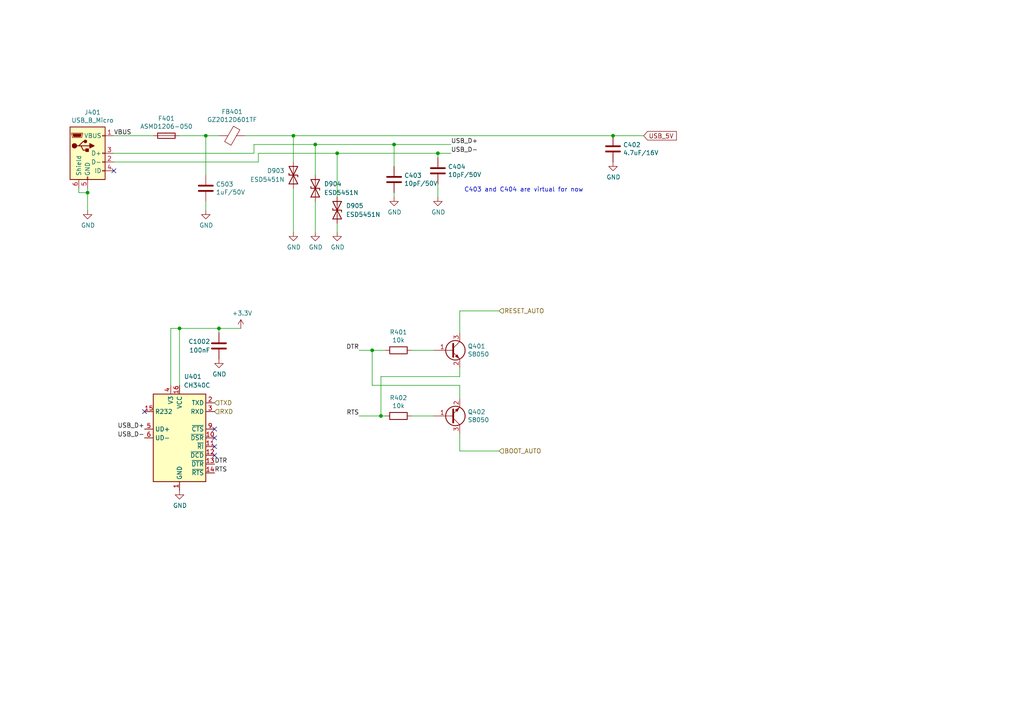
<source format=kicad_sch>
(kicad_sch (version 20230121) (generator eeschema)
  (paper "A4")
  (title_block (title "Hat Labs Marine Engine & Tank interface (HALMET)") (date "2023-11-27") (rev "1.0.0") (company "Hat Labs Ltd") (comment 1 "https://creativecommons.org/licenses/by-sa/4.0") (comment 2 "To view a copy of this license, visit ") (comment 3 "HALMET is licensed under CC BY-SA 4.0."))
  (lib_symbols
    (symbol "Device:C" (pin_numbers hide) (pin_names (offset 0.254))
      (property "Reference" "C" (at 0.635 2.54 0))
      (property "Value" "C" (at 0.635 -2.54 0))
      (symbol "C_0_1"
        (polyline (pts (xy -2.032 -0.762) (xy 2.032 -0.762)) (stroke (width 0.508)))
        (polyline (pts (xy -2.032 0.762) (xy 2.032 0.762)) (stroke (width 0.508)))
      )
      (symbol "C_1_1"
        (pin passive line (at 0 3.81 270) (length 2.794) (name "~") (number "1"))
        (pin passive line (at 0 -3.81 90) (length 2.794) (name "~") (number "2"))
      )
    )
    (symbol "Device:D_TVS" (pin_numbers hide) (pin_names (offset 1.016) hide)
      (property "Reference" "D" (at 0 2.54 0))
      (property "Value" "D_TVS" (at 0 -2.54 0))
      (symbol "D_TVS_0_1"
        (polyline (pts (xy 1.27 0) (xy -1.27 0)))
        (polyline (pts (xy 0.508 1.27) (xy 0 1.27) (xy 0 -1.27) (xy -0.508 -1.27)) (stroke (width 0.254)))
        (polyline (pts (xy -2.54 1.27) (xy -2.54 -1.27) (xy 2.54 1.27) (xy 2.54 -1.27) (xy -2.54 1.27)) (stroke (width 0.254)))
      )
      (symbol "D_TVS_1_1"
        (pin passive line (at -3.81 0 0) (length 2.54) (name "A1") (number "1"))
        (pin passive line (at 3.81 0 180) (length 2.54) (name "A2") (number "2"))
      )
    )
    (symbol "Device:FerriteBead" (pin_numbers hide) (pin_names (offset 0))
      (property "Reference" "FB" (at -3.81 0.635 90))
      (property "Value" "FerriteBead" (at 3.81 0 90))
      (symbol "FerriteBead_0_1"
        (polyline (pts (xy 0 -1.27) (xy 0 -1.2192)))
        (polyline (pts (xy 0 1.27) (xy 0 1.2954)))
        (polyline (pts (xy -2.7686 0.4064) (xy -1.7018 2.2606) (xy 2.7686 -0.3048) (xy 1.6764 -2.159) (xy -2.7686 0.4064)))
      )
      (symbol "FerriteBead_1_1"
        (pin passive line (at 0 3.81 270) (length 2.54) (name "~") (number "1"))
        (pin passive line (at 0 -3.81 90) (length 2.54) (name "~") (number "2"))
      )
    )
    (symbol "Device:Fuse" (pin_numbers hide) (pin_names (offset 0))
      (property "Reference" "F" (at 2.032 0 90))
      (property "Value" "Fuse" (at -1.905 0 90))
      (symbol "Fuse_0_1"
        (rectangle (start -0.762 -2.54) (end 0.762 2.54) (stroke (width 0.254)))
        (polyline (pts (xy 0 2.54) (xy 0 -2.54)))
      )
      (symbol "Fuse_1_1"
        (pin passive line (at 0 3.81 270) (length 1.27) (name "~") (number "1"))
        (pin passive line (at 0 -3.81 90) (length 1.27) (name "~") (number "2"))
      )
    )
    (symbol "Device:R" (pin_numbers hide) (pin_names (offset 0))
      (property "Reference" "R" (at 2.032 0 90))
      (property "Value" "R" (at 0 0 90))
      (symbol "R_0_1"
        (rectangle (start -1.016 -2.54) (end 1.016 2.54) (stroke (width 0.254)))
      )
      (symbol "R_1_1"
        (pin passive line (at 0 3.81 270) (length 1.27) (name "~") (number "1"))
        (pin passive line (at 0 -3.81 90) (length 1.27) (name "~") (number "2"))
      )
    )
    (symbol "HALMET:S8050" (pin_names (offset 0) hide)
      (property "Reference" "Q" (at 5.08 1.905 0))
      (property "Value" "S8050" (at 5.08 0 0))
      (symbol "S8050_0_1"
        (polyline (pts (xy 0 0) (xy 0.635 0)))
        (polyline (pts (xy 0.635 0.635) (xy 2.54 2.54)))
        (polyline (pts (xy 0.635 -0.635) (xy 2.54 -2.54) (xy 2.54 -2.54)))
        (polyline (pts (xy 0.635 1.905) (xy 0.635 -1.905) (xy 0.635 -1.905)) (stroke (width 0.508)))
        (polyline (pts (xy 1.27 -1.778) (xy 1.778 -1.27) (xy 2.286 -2.286) (xy 1.27 -1.778) (xy 1.27 -1.778)) (fill (type outline)))
        (circle (center 1.27 0) (radius 2.8194) (stroke (width 0.254)))
      )
      (symbol "S8050_1_1"
        (pin input line (at -5.08 0 0) (length 5.08) (name "B") (number "1"))
        (pin passive line (at 2.54 -5.08 90) (length 2.54) (name "E") (number "2"))
        (pin passive line (at 2.54 5.08 270) (length 2.54) (name "C") (number "3"))
      )
    )
    (symbol "HALMET:USB_B_Micro-Connector" (pin_names (offset 1.016))
      (property "Reference" "J" (at -5.08 11.43 0))
      (property "Value" "USB_B_Micro-Connector" (at -5.08 8.89 0))
      (symbol "USB_B_Micro-Connector_0_1"
        (rectangle (start -5.08 -7.62) (end 5.08 7.62) (stroke (width 0.254)) (fill (type background)))
        (circle (center -3.81 2.159) (radius 0.635) (stroke (width 0.254)) (fill (type outline)))
        (circle (center -0.635 3.429) (radius 0.381) (stroke (width 0.254)) (fill (type outline)))
        (rectangle (start -0.127 -7.62) (end 0.127 -6.858))
        (polyline (pts (xy -1.905 2.159) (xy 0.635 2.159)) (stroke (width 0.254)))
        (polyline (pts (xy -3.175 2.159) (xy -2.54 2.159) (xy -1.27 3.429) (xy -0.635 3.429)) (stroke (width 0.254)))
        (polyline (pts (xy -2.54 2.159) (xy -1.905 2.159) (xy -1.27 0.889) (xy 0 0.889)) (stroke (width 0.254)))
        (polyline (pts (xy 0.635 2.794) (xy 0.635 1.524) (xy 1.905 2.159) (xy 0.635 2.794)) (stroke (width 0.254)) (fill (type outline)))
        (polyline (pts (xy -4.318 5.588) (xy -1.778 5.588) (xy -2.032 4.826) (xy -4.064 4.826) (xy -4.318 5.588)) (fill (type outline)))
        (polyline (pts (xy -4.699 5.842) (xy -4.699 5.588) (xy -4.445 4.826) (xy -4.445 4.572) (xy -1.651 4.572) (xy -1.651 4.826) (xy -1.397 5.588) (xy -1.397 5.842) (xy -4.699 5.842)))
        (rectangle (start 0.254 1.27) (end -0.508 0.508) (stroke (width 0.254)) (fill (type outline)))
        (rectangle (start 5.08 -5.207) (end 4.318 -4.953))
        (rectangle (start 5.08 -2.667) (end 4.318 -2.413))
        (rectangle (start 5.08 -0.127) (end 4.318 0.127))
        (rectangle (start 5.08 4.953) (end 4.318 5.207))
      )
      (symbol "USB_B_Micro-Connector_1_1"
        (pin power_out line (at 7.62 5.08 180) (length 2.54) (name "VBUS") (number "1"))
        (pin passive line (at 7.62 -2.54 180) (length 2.54) (name "D-") (number "2"))
        (pin passive line (at 7.62 0 180) (length 2.54) (name "D+") (number "3"))
        (pin passive line (at 7.62 -5.08 180) (length 2.54) (name "ID") (number "4"))
        (pin power_out line (at 0 -10.16 90) (length 2.54) (name "GND") (number "5"))
        (pin passive line (at -2.54 -10.16 90) (length 2.54) (name "Shield") (number "6"))
      )
    )
    (symbol "Interface_USB:CH340C"
      (property "Reference" "U" (at -5.08 13.97 0))
      (property "Value" "CH340C" (at 1.27 13.97 0))
      (symbol "CH340C_0_1"
        (rectangle (start -7.62 12.7) (end 7.62 -12.7) (stroke (width 0.254)) (fill (type background)))
      )
      (symbol "CH340C_1_1"
        (pin power_in line (at 0 -15.24 90) (length 2.54) (name "GND") (number "1"))
        (pin input line (at 10.16 0 180) (length 2.54) (name "~{DSR}") (number "10"))
        (pin input line (at 10.16 -2.54 180) (length 2.54) (name "~{RI}") (number "11"))
        (pin input line (at 10.16 -5.08 180) (length 2.54) (name "~{DCD}") (number "12"))
        (pin output line (at 10.16 -7.62 180) (length 2.54) (name "~{DTR}") (number "13"))
        (pin output line (at 10.16 -10.16 180) (length 2.54) (name "~{RTS}") (number "14"))
        (pin input line (at -10.16 7.62 0) (length 2.54) (name "R232") (number "15"))
        (pin power_in line (at 0 15.24 270) (length 2.54) (name "VCC") (number "16"))
        (pin output line (at 10.16 10.16 180) (length 2.54) (name "TXD") (number "2"))
        (pin input line (at 10.16 7.62 180) (length 2.54) (name "RXD") (number "3"))
        (pin passive line (at -2.54 15.24 270) (length 2.54) (name "V3") (number "4"))
        (pin bidirectional line (at -10.16 2.54 0) (length 2.54) (name "UD+") (number "5"))
        (pin bidirectional line (at -10.16 0 0) (length 2.54) (name "UD-") (number "6"))
        (pin no_connect line (at -7.62 -7.62 0) (length 2.54) hide (name "NC") (number "7"))
        (pin no_connect line (at -7.62 -10.16 0) (length 2.54) hide (name "NC") (number "8"))
        (pin input line (at 10.16 2.54 180) (length 2.54) (name "~{CTS}") (number "9"))
      )
    )
    (symbol "power:+3.3V" (power) (pin_names (offset 0))
      (property "Value" "+3.3V" (at 0 3.556 0))
      (symbol "+3.3V_0_1"
        (polyline (pts (xy -0.762 1.27) (xy 0 2.54)))
        (polyline (pts (xy 0 0) (xy 0 2.54)))
        (polyline (pts (xy 0 2.54) (xy 0.762 1.27)))
      )
      (symbol "+3.3V_1_1"
        (pin power_in line (at 0 0 90) (length 0) hide (name "+3.3V") (number "1"))
      )
    )
    (symbol "power:GND" (power) (pin_names (offset 0))
      (property "Value" "GND" (at 0 -3.81 0))
      (symbol "GND_0_1"
        (polyline (pts (xy 0 0) (xy 0 -1.27) (xy 1.27 -1.27) (xy 0 -2.54) (xy -1.27 -1.27) (xy 0 -1.27)))
      )
      (symbol "GND_1_1"
        (pin power_in line (at 0 0 270) (length 0) hide (name "GND") (number "1"))
      )
    )
  )
  (junction (at 52.07 95.25))
  (junction (at 127 44.45))
  (junction (at 63.5 95.25))
  (junction (at 107.95 101.6))
  (junction (at 114.3 41.91))
  (junction (at 110.49 120.65))
  (junction (at 59.69 39.37))
  (junction (at 91.44 41.91))
  (junction (at 25.4 55.88))
  (junction (at 177.8 39.37))
  (junction (at 85.09 39.37))
  (junction (at 97.79 44.45))
  (no_connect (at 62.23 132.08))
  (no_connect (at 62.23 129.54))
  (no_connect (at 62.23 127))
  (no_connect (at 41.91 119.38))
  (no_connect (at 33.02 49.53))
  (no_connect (at 62.23 124.46))
  (wire (pts (xy 114.3 41.91) (xy 130.81 41.91)))
  (wire (pts (xy 22.86 55.88) (xy 22.86 54.61)))
  (wire (pts (xy 111.76 120.65) (xy 110.49 120.65)))
  (wire (pts (xy 144.78 130.81) (xy 133.35 130.81)))
  (wire (pts (xy 59.69 39.37) (xy 63.5 39.37)))
  (wire (pts (xy 33.02 44.45) (xy 73.66 44.45)))
  (wire (pts (xy 133.35 106.68) (xy 133.35 109.22)))
  (wire (pts (xy 91.44 41.91) (xy 114.3 41.91)))
  (wire (pts (xy 25.4 54.61) (xy 25.4 55.88)))
  (wire (pts (xy 71.12 39.37) (xy 85.09 39.37)))
  (wire (pts (xy 107.95 101.6) (xy 107.95 111.76)))
  (wire (pts (xy 22.86 55.88) (xy 25.4 55.88)))
  (wire (pts (xy 127 45.72) (xy 127 44.45)))
  (wire (pts (xy 59.69 50.8) (xy 59.69 39.37)))
  (wire (pts (xy 127 44.45) (xy 130.81 44.45)))
  (wire (pts (xy 69.85 95.25) (xy 63.5 95.25)))
  (wire (pts (xy 91.44 67.31) (xy 91.44 58.42)))
  (wire (pts (xy 49.53 95.25) (xy 52.07 95.25)))
  (wire (pts (xy 133.35 90.17) (xy 144.78 90.17)))
  (wire (pts (xy 133.35 130.81) (xy 133.35 125.73)))
  (wire (pts (xy 73.66 41.91) (xy 91.44 41.91)))
  (wire (pts (xy 97.79 44.45) (xy 127 44.45)))
  (wire (pts (xy 85.09 39.37) (xy 177.8 39.37)))
  (wire (pts (xy 119.38 101.6) (xy 125.73 101.6)))
  (wire (pts (xy 74.93 46.99) (xy 74.93 44.45)))
  (wire (pts (xy 133.35 111.76) (xy 133.35 115.57)))
  (wire (pts (xy 52.07 95.25) (xy 52.07 111.76)))
  (wire (pts (xy 104.14 101.6) (xy 107.95 101.6)))
  (wire (pts (xy 177.8 39.37) (xy 186.69 39.37)))
  (wire (pts (xy 133.35 109.22) (xy 110.49 109.22)))
  (wire (pts (xy 91.44 41.91) (xy 91.44 50.8)))
  (wire (pts (xy 59.69 60.96) (xy 59.69 58.42)))
  (wire (pts (xy 125.73 120.65) (xy 119.38 120.65)))
  (wire (pts (xy 49.53 95.25) (xy 49.53 111.76)))
  (wire (pts (xy 85.09 39.37) (xy 85.09 46.99)))
  (wire (pts (xy 63.5 96.52) (xy 63.5 95.25)))
  (wire (pts (xy 63.5 95.25) (xy 52.07 95.25)))
  (wire (pts (xy 110.49 109.22) (xy 110.49 120.65)))
  (wire (pts (xy 52.07 39.37) (xy 59.69 39.37)))
  (wire (pts (xy 25.4 55.88) (xy 25.4 60.96)))
  (wire (pts (xy 114.3 48.26) (xy 114.3 41.91)))
  (wire (pts (xy 114.3 57.15) (xy 114.3 55.88)))
  (wire (pts (xy 107.95 101.6) (xy 111.76 101.6)))
  (wire (pts (xy 110.49 120.65) (xy 104.14 120.65)))
  (wire (pts (xy 73.66 44.45) (xy 73.66 41.91)))
  (wire (pts (xy 97.79 44.45) (xy 97.79 57.15)))
  (wire (pts (xy 74.93 44.45) (xy 97.79 44.45)))
  (wire (pts (xy 33.02 39.37) (xy 44.45 39.37)))
  (wire (pts (xy 97.79 67.31) (xy 97.79 64.77)))
  (wire (pts (xy 107.95 111.76) (xy 133.35 111.76)))
  (wire (pts (xy 127 57.15) (xy 127 53.34)))
  (wire (pts (xy 133.35 96.52) (xy 133.35 90.17)))
  (wire (pts (xy 85.09 54.61) (xy 85.09 67.31)))
  (wire (pts (xy 33.02 46.99) (xy 74.93 46.99)))
  (text "C403 and C404 are virtual for now" (at 134.62 55.88 0) (effects (font (size 1.27 1.27)) (justify left bottom)))
  (label "USB_D+" (at 130.81 41.91 0))
  (label "RTS" (at 104.14 120.65 180))
  (label "USB_D-" (at 130.81 44.45 0))
  (label "USB_D+" (at 41.91 124.46 180))
  (label "VBUS" (at 33.02 39.37 0))
  (label "DTR" (at 104.14 101.6 180))
  (label "DTR" (at 62.23 134.62 0))
  (label "RTS" (at 62.23 137.16 0))
  (label "USB_D-" (at 41.91 127 180))
  (global_label "USB_5V" (shape input) (at 186.69 39.37 0) (property "Intersheetrefs" "${INTERSHEET_REFS}" (effects hide)))
  (hierarchical_label "RXD" (shape input) (at 62.23 119.38 0))
  (hierarchical_label "TXD" (shape input) (at 62.23 116.84 0))
  (hierarchical_label "BOOT_AUTO" (shape input) (at 144.78 130.81 0))
  (hierarchical_label "RESET_AUTO" (shape input) (at 144.78 90.17 0))
  (symbol (lib_id "HALMET:USB_B_Micro-Connector") (at 25.4 44.45 0) (unit 1)
    (property "Reference" "J401" (at 26.8478 32.5882 0))
    (property "Value" "USB_B_Micro" (at 26.8478 34.8996 0))
    (property "Footprint" "Connector_USB:USB_Micro-B_Wuerth_614105150721_Vertical" (effects hide))
    (property "LCSC" "C145795" (effects hide))
    (property "JLCPCB_CORRECTION" "1.3;0.5;0" (effects hide))
  )
  (symbol (lib_id "power:GND") (at 25.4 60.96 0) (unit 1)
    (property "Reference" "#PWR0402" (effects hide))
    (property "Value" "GND" (at 25.527 65.3542 0))
  )
  (symbol (lib_id "Device:R") (at 115.57 101.6 90) (unit 1)
    (property "Reference" "R401" (at 115.57 96.3422 90))
    (property "Value" "10k" (at 115.57 98.6536 90))
    (property "Footprint" "Resistor_SMD:R_0402_1005Metric" (effects hide))
    (property "LCSC" "C25744" (effects hide))
  )
  (symbol (lib_id "Device:R") (at 115.57 120.65 90) (unit 1)
    (property "Reference" "R402" (at 115.57 115.3922 90))
    (property "Value" "10k" (at 115.57 117.7036 90))
    (property "Footprint" "Resistor_SMD:R_0402_1005Metric" (effects hide))
    (property "LCSC" "C25744" (effects hide))
  )
  (symbol (lib_id "Interface_USB:CH340C") (at 52.07 127 0) (unit 1)
    (property "Reference" "U401" (at 53.34 109.22 0) (effects (justify left)))
    (property "Value" "CH340C" (at 57.15 111.76 0))
    (property "Footprint" "Package_SO:SOIC-16_3.9x9.9mm_P1.27mm" (effects hide))
    (property "Datasheet" "https://datasheet.lcsc.com/szlcsc/Jiangsu-Qin-Heng-CH340C_C84681.pdf" (effects hide))
    (property "LCSC" "C84681" (effects hide))
    (property "JLCPCB_CORRECTION" "0;0;270" (effects hide))
  )
  (symbol (lib_id "HALMET:S8050") (at 130.81 101.6 0) (unit 1)
    (property "Reference" "Q401" (at 135.636 100.4316 0) (effects (justify left)))
    (property "Value" "S8050" (at 135.636 102.743 0) (effects (justify left)))
    (property "Footprint" "Package_TO_SOT_SMD:SOT-23" (effects hide))
    (property "Datasheet" "http://www.unisonic.com.tw/datasheet/S8050.pdf" (effects hide))
    (property "LCSC" "C2146" (effects hide))
    (property "JLCPCB_CORRECTION" "0;0;180" (effects hide))
  )
  (symbol (lib_id "HALMET:S8050") (at 130.81 120.65 0) (mirror x) (unit 1)
    (property "Reference" "Q402" (at 135.636 119.4816 0) (effects (justify left)))
    (property "Value" "S8050" (at 135.636 121.793 0) (effects (justify left)))
    (property "Footprint" "Package_TO_SOT_SMD:SOT-23" (effects hide))
    (property "Datasheet" "http://www.unisonic.com.tw/datasheet/S8050.pdf" (effects hide))
    (property "LCSC" "C2146" (effects hide))
    (property "JLCPCB_CORRECTION" "0;0;180" (effects hide))
  )
  (symbol (lib_id "Device:C") (at 177.8 43.18 0) (unit 1)
    (property "Reference" "C402" (at 180.721 42.0116 0) (effects (justify left)))
    (property "Value" "4.7uF/16V" (at 180.721 44.323 0) (effects (justify left)))
    (property "Footprint" "Capacitor_SMD:C_0603_1608Metric" (effects hide))
    (property "LCSC" "C19666" (effects hide))
  )
  (symbol (lib_id "power:GND") (at 177.8 46.99 0) (unit 1)
    (property "Reference" "#PWR0405" (effects hide))
    (property "Value" "GND" (at 177.927 51.3842 0))
  )
  (symbol (lib_id "power:GND") (at 52.07 142.24 0) (unit 1)
    (property "Reference" "#PWR0404" (effects hide))
    (property "Value" "GND" (at 52.197 146.6342 0))
  )
  (symbol (lib_id "Device:FerriteBead") (at 67.31 39.37 270) (unit 1)
    (property "Reference" "FB401" (at 67.31 32.4104 90))
    (property "Value" "GZ2012D601TF" (at 67.31 34.7218 90))
    (property "Footprint" "Inductor_SMD:L_0805_2012Metric" (effects hide))
    (property "LCSC" "C1017" (effects hide))
  )
  (symbol (lib_id "Device:C") (at 114.3 52.07 0) (unit 1) (in_bom no)
    (property "Reference" "C403" (at 117.221 50.9016 0) (effects (justify left)))
    (property "Value" "10pF/50V" (at 117.221 53.213 0) (effects (justify left)))
    (property "Footprint" "Capacitor_SMD:C_0402_1005Metric" (effects hide))
    (property "LCSC" "C32949" (effects hide))
  )
  (symbol (lib_id "Device:C") (at 127 49.53 0) (unit 1) (in_bom no)
    (property "Reference" "C404" (at 129.921 48.3616 0) (effects (justify left)))
    (property "Value" "10pF/50V" (at 129.921 50.673 0) (effects (justify left)))
    (property "Footprint" "Capacitor_SMD:C_0402_1005Metric" (effects hide))
    (property "LCSC" "C32949" (effects hide))
  )
  (symbol (lib_id "power:GND") (at 114.3 57.15 0) (unit 1)
    (property "Reference" "#PWR0407" (effects hide))
    (property "Value" "GND" (at 114.427 61.5442 0))
  )
  (symbol (lib_id "power:GND") (at 127 57.15 0) (unit 1)
    (property "Reference" "#PWR0408" (effects hide))
    (property "Value" "GND" (at 127.127 61.5442 0))
  )
  (symbol (lib_id "Device:Fuse") (at 48.26 39.37 270) (unit 1)
    (property "Reference" "F401" (at 48.26 34.3662 90))
    (property "Value" "ASMD1206-050" (at 48.26 36.6776 90))
    (property "Footprint" "Fuse:Fuse_1206_3216Metric" (effects hide))
    (property "Datasheet" "https://datasheet.lcsc.com/szlcsc/Shenzhen-JDT-Fuse-ASMD1206-050_C135338.pdf" (effects hide))
    (property "LCSC" "C135338" (effects hide))
  )
  (symbol (lib_id "power:+3.3V") (at 69.85 95.25 0) (unit 1)
    (property "Reference" "#PWR0109" (effects hide))
    (property "Value" "+3.3V" (at 70.231 90.8558 0))
  )
  (symbol (lib_id "Device:C") (at 59.69 54.61 0) (unit 1)
    (property "Reference" "C503" (at 62.611 53.4416 0) (effects (justify left)))
    (property "Value" "1uF/50V" (at 62.611 55.753 0) (effects (justify left)))
    (property "Footprint" "Capacitor_SMD:C_0805_2012Metric" (effects hide))
    (property "LCSC" "C28323" (effects hide))
  )
  (symbol (lib_id "power:GND") (at 59.69 60.96 0) (unit 1)
    (property "Reference" "#PWR0506" (effects hide))
    (property "Value" "GND" (at 59.817 65.3542 0))
  )
  (symbol (lib_id "power:GND") (at 63.5 104.14 0) (unit 1)
    (property "Reference" "#PWR0901" (effects hide))
    (property "Value" "GND" (at 63.627 108.5342 0))
  )
  (symbol (lib_id "power:GND") (at 97.79 67.31 0) (unit 1)
    (property "Reference" "#PWR0906" (effects hide))
    (property "Value" "GND" (at 97.917 71.7042 0))
  )
  (symbol (lib_id "Device:C") (at 63.5 100.33 0) (mirror y) (unit 1)
    (property "Reference" "C1002" (at 60.96 99.06 0) (effects (justify left)))
    (property "Value" "100nF" (at 60.96 101.6 0) (effects (justify left)))
    (property "Footprint" "Capacitor_SMD:C_0402_1005Metric" (effects hide))
    (property "LCSC" "C1525" (effects hide))
    (instances (project "HALMET" (path "" (reference "C1002") (unit 1)) (path "" (reference "C901") (unit 1))))
  )
  (symbol (lib_id "Device:D_TVS") (at 91.44 54.61 90) (unit 1)
    (property "Reference" "D904" (at 93.98 53.3399 90) (effects (justify right)))
    (property "Value" "ESD5451N" (at 93.98 55.8799 90) (effects (justify right)))
    (property "Footprint" "Diode_SMD:D_0402_1005Metric" (effects hide))
    (property "LCSC" "C2936977" (effects hide))
  )
  (symbol (lib_id "Device:D_TVS") (at 97.79 60.96 90) (unit 1)
    (property "Reference" "D905" (at 100.33 59.6899 90) (effects (justify right)))
    (property "Value" "ESD5451N" (at 100.33 62.2299 90) (effects (justify right)))
    (property "Footprint" "Diode_SMD:D_0402_1005Metric" (effects hide))
    (property "LCSC" "C2936977" (effects hide))
  )
  (symbol (lib_id "power:GND") (at 85.09 67.31 0) (unit 1)
    (property "Reference" "#PWR0904" (effects hide))
    (property "Value" "GND" (at 85.217 71.7042 0))
  )
  (symbol (lib_id "Device:D_TVS") (at 85.09 50.8 90) (unit 1)
    (property "Reference" "D903" (at 82.55 49.53 90) (effects (justify left)))
    (property "Value" "ESD5451N" (at 82.55 52.07 90) (effects (justify left)))
    (property "Footprint" "Diode_SMD:D_0402_1005Metric" (effects hide))
    (property "LCSC" "C2936977" (effects hide))
  )
  (symbol (lib_id "power:GND") (at 91.44 67.31 0) (unit 1)
    (property "Reference" "#PWR0905" (effects hide))
    (property "Value" "GND" (at 91.567 71.7042 0))
  )
)
</source>
